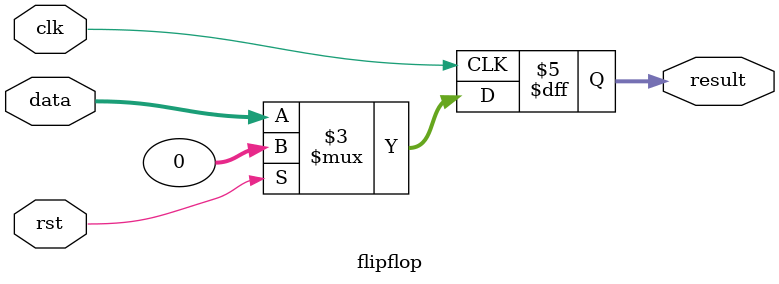
<source format=v>
`timescale 1ns / 1ps


module flipflop(
        input               rst,
        input               clk,
        input   [31:0]      data, 
        output  reg [31:0]  result
    );
    always @(posedge clk ) begin
        if(rst) begin
            result <= 31'b0;
        end
        else begin
            result <= data;
        end
    end
    
endmodule

</source>
